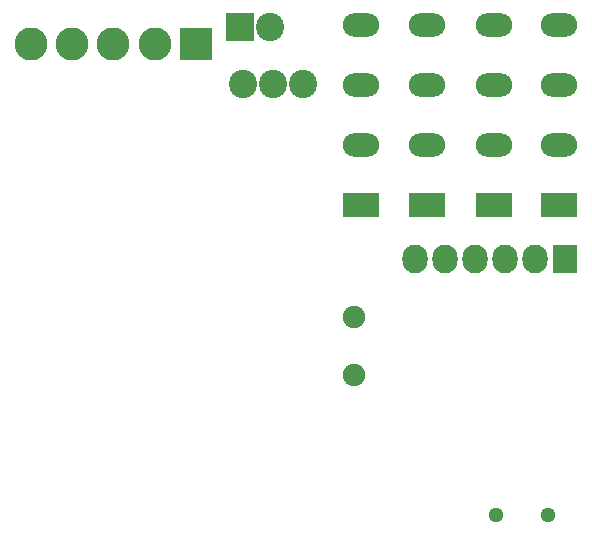
<source format=gbs>
G04 #@! TF.FileFunction,Soldermask,Bot*
%FSLAX46Y46*%
G04 Gerber Fmt 4.6, Leading zero omitted, Abs format (unit mm)*
G04 Created by KiCad (PCBNEW 4.0.5-e0-6337~49~ubuntu16.04.1) date Thu Jan 26 10:19:32 2017*
%MOMM*%
%LPD*%
G01*
G04 APERTURE LIST*
%ADD10C,0.100000*%
%ADD11C,1.901140*%
%ADD12R,2.400000X2.400000*%
%ADD13C,2.400000*%
%ADD14C,1.299160*%
%ADD15R,2.127200X2.432000*%
%ADD16O,2.127200X2.432000*%
%ADD17C,2.800000*%
%ADD18R,2.800000X2.800000*%
%ADD19R,3.100000X2.000000*%
%ADD20O,3.100000X2.000000*%
G04 APERTURE END LIST*
D10*
D11*
X228854000Y-56034940D03*
X228854000Y-51153060D03*
D12*
X219202000Y-26543000D03*
D13*
X221742000Y-26543000D03*
X224536000Y-31369000D03*
X221996000Y-31369000D03*
X219456000Y-31369000D03*
D14*
X240878360Y-67856100D03*
X245277640Y-67856100D03*
D15*
X246761000Y-46228000D03*
D16*
X244221000Y-46228000D03*
X241681000Y-46228000D03*
X239141000Y-46228000D03*
X236601000Y-46228000D03*
X234061000Y-46228000D03*
D17*
X212000000Y-28000000D03*
D18*
X215500000Y-28000000D03*
D17*
X208500000Y-28000000D03*
X205000000Y-28000000D03*
X201500000Y-28000000D03*
D19*
X229489000Y-41656000D03*
D20*
X229489000Y-36576000D03*
X229489000Y-31496000D03*
X229489000Y-26416000D03*
D19*
X235077000Y-41656000D03*
D20*
X235077000Y-36576000D03*
X235077000Y-31496000D03*
X235077000Y-26416000D03*
D19*
X246253000Y-41656000D03*
D20*
X246253000Y-36576000D03*
X246253000Y-31496000D03*
X246253000Y-26416000D03*
D19*
X240690400Y-41656000D03*
D20*
X240690400Y-36576000D03*
X240690400Y-31496000D03*
X240690400Y-26416000D03*
M02*

</source>
